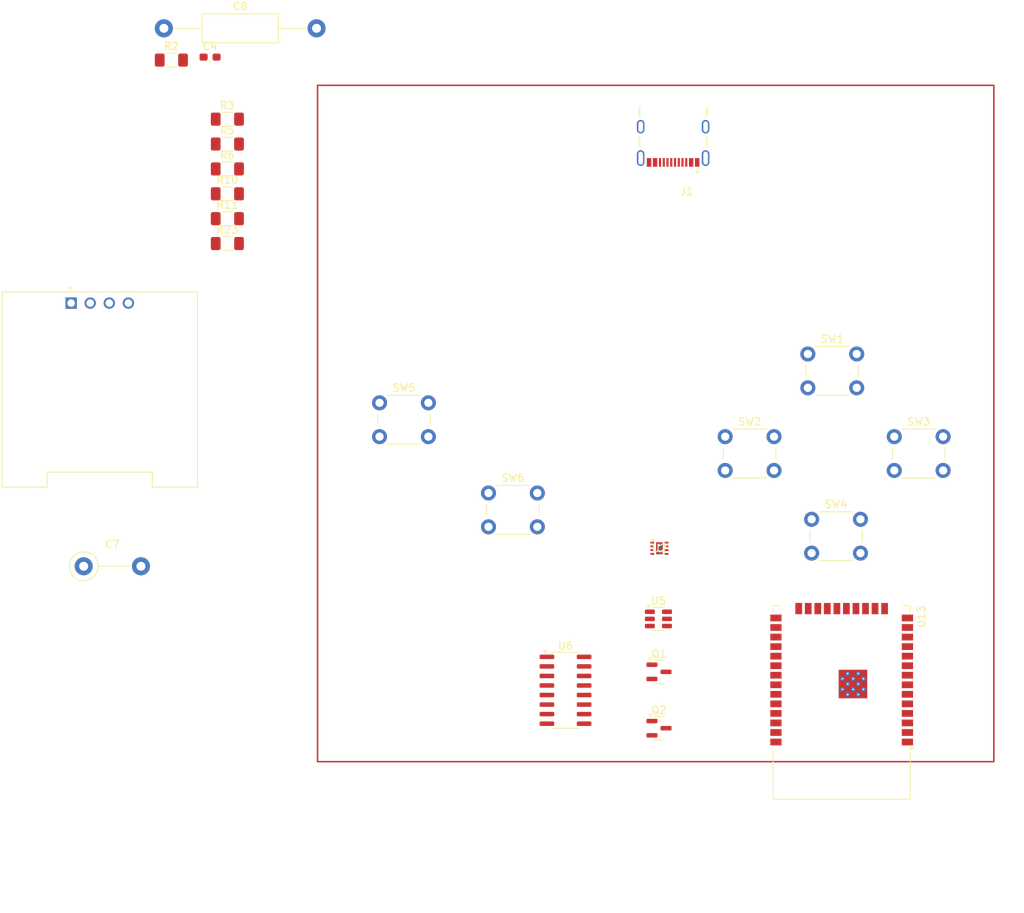
<source format=kicad_pcb>
(kicad_pcb (version 20241229) (generator "pcbnew") (generator_version "9.0")
  (layers (0 "F.Cu" signal) (2 "B.Cu" signal) (13 "F.Paste" user) (15 "B.Paste" user) (5 "F.SilkS" user "F.Silkscreen") (7 "B.SilkS" user "B.Silkscreen") (1 "F.Mask" user) (3 "B.Mask" user) (25 "Edge.Cuts" user))
  (net 0 "")
  (net 1 "Net-(U6-V3)")
  (net 2 "GND")
  (net 3 "Net-(J1-DN1)")
  (net 4 "Net-(J1-DP1)")
  (net 5 "Net-(J1-CC1)")
  (net 6 "Net-(J1-CC2)")
  (net 7 "Net-(Q1-B)")
  (net 8 "Net-(Q2-B)")
  (net 9 "+3,3V")
  (net 10 "Net-(U6-UD-)")
  (net 11 "Net-(U6-UD+)")
  (net 19 "+5V")
  (net 20 "RTS")
  (net 21 "Boot{slash}GPIO9")
  (net 22 "DTR")
  (net 23 "CHIP_EN")
  (net 24 "Net-(U2-FB)")
  (net 25 "RXD")
  (net 26 "TXD")
  (net 30 "Gpio33")
  (net 33 "Gpio26")
  (net 46 "Gpio35")
  (net 47 "Gpio27")
  (net 52 "SDA")
  (net 53 "SCL")
  (net 56 "Gpio32")
  (net 58 "Gpio34")
  (net 59 "Net-(U2-SW)")
  (footprint "Resistor_SMD:R_1206_3216Metric_Pad1.30x1.75mm_HandSolder" (layer "F.Cu") (at -2 31.05)
    (property "Reference" "R23" (at 0 -1.83 0) (layer "F.SilkS"))
    (property "Value" "10k")
    (fp_line (start -0.727064 -0.91) (end 0.727064 -0.91) (stroke (width 0.12)) (layer "F.SilkS"))
    (fp_line (start -0.727064 0.91) (end 0.727064 0.91) (stroke (width 0.12)) (layer "F.SilkS"))
    (pad "1" smd roundrect (at -1.55 0) (size 1.3 1.75) (layers "F.Cu" "F.Mask" "F.Paste") (roundrect_rratio 0.192308) (net 9 "+3,3V"))
    (pad "2" smd roundrect (at 1.55 0) (size 1.3 1.75) (layers "F.Cu" "F.Mask" "F.Paste") (roundrect_rratio 0.192308) (net 23 "CHIP_EN"))
  )
  (footprint "Resistor_SMD:R_1206_3216Metric_Pad1.30x1.75mm_HandSolder" (layer "F.Cu") (at -2 27.74)
    (property "Reference" "R11" (at 0 -1.83 0) (layer "F.SilkS"))
    (property "Value" "10k")
    (fp_line (start -0.727064 -0.91) (end 0.727064 -0.91) (stroke (width 0.12)) (layer "F.SilkS"))
    (fp_line (start -0.727064 0.91) (end 0.727064 0.91) (stroke (width 0.12)) (layer "F.SilkS"))
    (pad "1" smd roundrect (at -1.55 0) (size 1.3 1.75) (layers "F.Cu" "F.Mask" "F.Paste") (roundrect_rratio 0.192308) (net 20 "RTS"))
    (pad "2" smd roundrect (at 1.55 0) (size 1.3 1.75) (layers "F.Cu" "F.Mask" "F.Paste") (roundrect_rratio 0.192308) (net 8 "Net-(Q2-B)"))
  )
  (footprint "DM-OLED096-636:MODULE_DM-OLED096-636" (layer "F.Cu") (at -18.9825 50.475)
    (property "Reference" "U14" (hide yes))
    (property "Value" "DM-OLED096-636" (hide yes))
    (fp_line (start -13 -13) (end 13 -13) (stroke (width 0.127)) (layer "F.SilkS"))
    (fp_line (start -13 13) (end -13 -13) (stroke (width 0.127)) (layer "F.SilkS"))
    (fp_line (start -7 11) (end -7 13) (stroke (width 0.127)) (layer "F.SilkS"))
    (fp_line (start -7 13) (end -13 13) (stroke (width 0.127)) (layer "F.SilkS"))
    (fp_line (start 7 11) (end -7 11) (stroke (width 0.127)) (layer "F.SilkS"))
    (fp_line (start 7 13) (end 7 11) (stroke (width 0.127)) (layer "F.SilkS"))
    (fp_line (start 13 -13) (end 13 13) (stroke (width 0.127)) (layer "F.SilkS"))
    (fp_line (start 13 13) (end 7 13) (stroke (width 0.127)) (layer "F.SilkS"))
    (fp_circle (center -4 -13.5) (end -3.9 -13.5) (stroke (width 0.2)) (fill no) (layer "F.SilkS"))
    (pad "1" thru_hole rect (at -3.81 -11.5) (size 1.508 1.508) (drill 1) (layers "*.Cu" "*.Mask") (net 2 "GND"))
    (pad "2" thru_hole circle (at -1.27 -11.5) (size 1.508 1.508) (drill 1) (layers "*.Cu" "*.Mask") (net 9 "+3,3V"))
    (pad "3" thru_hole circle (at 1.27 -11.5) (size 1.508 1.508) (drill 1) (layers "*.Cu" "*.Mask") (net 53 "SCL"))
    (pad "4" thru_hole circle (at 3.81 -11.5) (size 1.508 1.508) (drill 1) (layers "*.Cu" "*.Mask") (net 52 "SDA"))
  )
  (footprint "Button_Switch_THT:SW_PUSH_6mm_H4.3mm" (layer "F.Cu") (at 18.25 52.25)
    (property "Reference" "SW5" (at 3.25 -2 0) (layer "F.SilkS"))
    (property "Value" "SW_Push")
    (fp_line (start -0.25 1.5) (end -0.25 3) (stroke (width 0.12)) (layer "F.SilkS"))
    (fp_line (start 1 5.5) (end 5.5 5.5) (stroke (width 0.12)) (layer "F.SilkS"))
    (fp_line (start 5.5 -1) (end 1 -1) (stroke (width 0.12)) (layer "F.SilkS"))
    (fp_line (start 6.75 3) (end 6.75 1.5) (stroke (width 0.12)) (layer "F.SilkS"))
    (pad "1" thru_hole circle (at 0 0 90) (size 2 2) (drill 1.1) (layers "*.Cu" "*.Mask") (net 58 "Gpio34"))
    (pad "1" thru_hole circle (at 6.5 0 90) (size 2 2) (drill 1.1) (layers "*.Cu" "*.Mask") (net 58 "Gpio34"))
    (pad "2" thru_hole circle (at 0 4.5 90) (size 2 2) (drill 1.1) (layers "*.Cu" "*.Mask") (net 2 "GND"))
    (pad "2" thru_hole circle (at 6.5 4.5 90) (size 2 2) (drill 1.1) (layers "*.Cu" "*.Mask") (net 2 "GND"))
  )
  (footprint "Resistor_THT:R_Axial_DIN0411_L9.9mm_D3.6mm_P20.32mm_Horizontal" (layer "F.Cu") (at -10.45 2.41)
    (property "Reference" "C8" (at 10.16 -2.92 0) (layer "F.SilkS"))
    (property "Value" "1uF")
    (fp_line (start 1.44 0) (end 5.09 0) (stroke (width 0.12)) (layer "F.SilkS"))
    (fp_line (start 5.09 -1.92) (end 5.09 1.92) (stroke (width 0.12)) (layer "F.SilkS"))
    (fp_line (start 5.09 1.92) (end 15.23 1.92) (stroke (width 0.12)) (layer "F.SilkS"))
    (fp_line (start 15.23 -1.92) (end 5.09 -1.92) (stroke (width 0.12)) (layer "F.SilkS"))
    (fp_line (start 15.23 1.92) (end 15.23 -1.92) (stroke (width 0.12)) (layer "F.SilkS"))
    (fp_line (start 18.88 0) (end 15.23 0) (stroke (width 0.12)) (layer "F.SilkS"))
    (pad "1" thru_hole circle (at 0 0) (size 2.4 2.4) (drill 1.2) (layers "*.Cu" "*.Mask") (net 2 "GND"))
    (pad "2" thru_hole oval (at 20.32 0) (size 2.4 2.4) (drill 1.2) (layers "*.Cu" "*.Mask") (net 23 "CHIP_EN"))
  )
  (footprint "Button_Switch_THT:SW_PUSH_6mm_H4.3mm" (layer "F.Cu") (at 32.75 64.25)
    (property "Reference" "SW6" (at 3.25 -2 0) (layer "F.SilkS"))
    (property "Value" "SW_Push")
    (fp_line (start -0.25 1.5) (end -0.25 3) (stroke (width 0.12)) (layer "F.SilkS"))
    (fp_line (start 1 5.5) (end 5.5 5.5) (stroke (width 0.12)) (layer "F.SilkS"))
    (fp_line (start 5.5 -1) (end 1 -1) (stroke (width 0.12)) (layer "F.SilkS"))
    (fp_line (start 6.75 3) (end 6.75 1.5) (stroke (width 0.12)) (layer "F.SilkS"))
    (pad "1" thru_hole circle (at 0 0 90) (size 2 2) (drill 1.1) (layers "*.Cu" "*.Mask") (net 46 "Gpio35"))
    (pad "1" thru_hole circle (at 6.5 0 90) (size 2 2) (drill 1.1) (layers "*.Cu" "*.Mask") (net 46 "Gpio35"))
    (pad "2" thru_hole circle (at 0 4.5 90) (size 2 2) (drill 1.1) (layers "*.Cu" "*.Mask") (net 2 "GND"))
    (pad "2" thru_hole circle (at 6.5 4.5 90) (size 2 2) (drill 1.1) (layers "*.Cu" "*.Mask") (net 2 "GND"))
  )
  (footprint "Resistor_SMD:R_1206_3216Metric_Pad1.30x1.75mm_HandSolder" (layer "F.Cu") (at -2 21.12)
    (property "Reference" "R6" (at 0 -1.83 0) (layer "F.SilkS"))
    (property "Value" "5.1k")
    (fp_line (start -0.727064 -0.91) (end 0.727064 -0.91) (stroke (width 0.12)) (layer "F.SilkS"))
    (fp_line (start -0.727064 0.91) (end 0.727064 0.91) (stroke (width 0.12)) (layer "F.SilkS"))
    (pad "1" smd roundrect (at -1.55 0) (size 1.3 1.75) (layers "F.Cu" "F.Mask" "F.Paste") (roundrect_rratio 0.192308) (net 6 "Net-(J1-CC2)"))
    (pad "2" smd roundrect (at 1.55 0) (size 1.3 1.75) (layers "F.Cu" "F.Mask" "F.Paste") (roundrect_rratio 0.192308) (net 2 "GND"))
  )
  (footprint "Capacitor_SMD:C_0603_1608Metric_Pad1.08x0.95mm_HandSolder" (layer "F.Cu") (at -4.3 6.24)
    (property "Reference" "C4" (at 0 -1.43 0) (layer "F.SilkS"))
    (property "Value" "100nF")
    (fp_line (start -0.146267 -0.51) (end 0.146267 -0.51) (stroke (width 0.12)) (layer "F.SilkS"))
    (fp_line (start -0.146267 0.51) (end 0.146267 0.51) (stroke (width 0.12)) (layer "F.SilkS"))
    (pad "1" smd roundrect (at -0.8625 0) (size 1.075 0.95) (layers "F.Cu" "F.Mask" "F.Paste") (net 1 "Net-(U6-V3)"))
    (pad "2" smd roundrect (at 0.8625 0) (size 1.075 0.95) (layers "F.Cu" "F.Mask" "F.Paste") (net 2 "GND"))
  )
  (footprint "Resistor_SMD:R_1206_3216Metric_Pad1.30x1.75mm_HandSolder" (layer "F.Cu") (at -2 17.81)
    (property "Reference" "R5" (at 0 -1.83 0) (layer "F.SilkS"))
    (property "Value" "5.1k")
    (fp_line (start -0.727064 -0.91) (end 0.727064 -0.91) (stroke (width 0.12)) (layer "F.SilkS"))
    (fp_line (start -0.727064 0.91) (end 0.727064 0.91) (stroke (width 0.12)) (layer "F.SilkS"))
    (pad "1" smd roundrect (at -1.55 0) (size 1.3 1.75) (layers "F.Cu" "F.Mask" "F.Paste") (roundrect_rratio 0.192308) (net 5 "Net-(J1-CC1)"))
    (pad "2" smd roundrect (at 1.55 0) (size 1.3 1.75) (layers "F.Cu" "F.Mask" "F.Paste") (roundrect_rratio 0.192308) (net 2 "GND"))
  )
  (footprint "USB4105-GF-A (2):GCT_USB4105-GF-A" (layer "F.Cu") (at 57.32 15.5 180)
    (property "Reference" "J1" (at -1.825 -8.635 0) (layer "F.SilkS"))
    (property "Value" "USB4105-GF-A")
    (fp_line (start 4.47 2.6) (end 4.47 1.32) (stroke (width 0.2)) (layer "F.SilkS"))
    (fp_line (start 4.47 -2.65) (end 4.47 -1.4) (stroke (width 0.2)) (layer "F.SilkS"))
    (fp_line (start -4.47 1.32) (end -4.47 2.6) (stroke (width 0.2)) (layer "F.SilkS"))
    (fp_line (start -4.47 -2.65) (end -4.47 -1.4) (stroke (width 0.2)) (layer "F.SilkS"))
    (fp_circle (center -3.25 -6) (end -3.15 -6) (stroke (width 0.2)) (fill no) (layer "F.SilkS"))
    (pad "" np_thru_hole circle (at -2.89 -3.68 180) (size 0.65 0.65) (drill 0.65) (layers "*.Cu" "*.Mask"))
    (pad "" np_thru_hole circle (at 2.89 -3.68 180) (size 0.65 0.65) (drill 0.65) (layers "*.Cu" "*.Mask"))
    (pad "A1_B12" smd rect (at -3.2 -4.755 180) (size 0.6 1.15) (layers "F.Cu" "F.Paste") (net 2 "GND"))
    (pad "A4_B9" smd rect (at -2.4 -4.755 180) (size 0.6 1.15) (layers "F.Cu" "F.Paste") (net 19 "+5V"))
    (pad "A5" smd rect (at -1.25 -4.755 180) (size 0.3 1.15) (layers "F.Cu" "F.Paste") (net 5 "Net-(J1-CC1)"))
    (pad "A6" smd rect (at -0.25 -4.755 180) (size 0.3 1.15) (layers "F.Cu" "F.Paste") (net 4 "Net-(J1-DP1)"))
    (pad "A7" smd rect (at 0.25 -4.755 180) (size 0.3 1.15) (layers "F.Cu" "F.Paste") (net 3 "Net-(J1-DN1)"))
    (pad "A8" smd rect (at 1.25 -4.755 180) (size 0.3 1.15) (layers "F.Cu" "F.Paste"))
    (pad "B1_A12" smd rect (at 3.2 -4.755 180) (size 0.6 1.15) (layers "F.Cu" "F.Paste") (net 2 "GND"))
    (pad "B4_A9" smd rect (at 2.4 -4.755 180) (size 0.6 1.15) (layers "F.Cu" "F.Paste") (net 19 "+5V"))
    (pad "B5" smd rect (at 1.75 -4.755 180) (size 0.3 1.15) (layers "F.Cu" "F.Paste") (net 6 "Net-(J1-CC2)"))
    (pad "B6" smd rect (at 0.75 -4.755 180) (size 0.3 1.15) (layers "F.Cu" "F.Paste") (net 4 "Net-(J1-DP1)"))
    (pad "B7" smd rect (at -0.75 -4.755 180) (size 0.3 1.15) (layers "F.Cu" "F.Paste") (net 3 "Net-(J1-DN1)"))
    (pad "B8" smd rect (at -1.75 -4.755 180) (size 0.3 1.15) (layers "F.Cu" "F.Paste"))
    (pad "SH1" thru_hole oval (at -4.32 -4.18 180) (size 1 2.1) (drill oval 0.6 1.7) (layers "*.Cu" "*.Mask") (net 2 "GND"))
    (pad "SH2" thru_hole oval (at 4.32 -4.18 180) (size 1 2.1) (drill oval 0.6 1.7) (layers "*.Cu" "*.Mask") (net 2 "GND"))
    (pad "SH3" thru_hole oval (at -4.32 0 180) (size 1 1.8) (drill oval 0.6 1.4) (layers "*.Cu" "*.Mask") (net 2 "GND"))
    (pad "SH4" thru_hole oval (at 4.32 0 180) (size 1 1.8) (drill oval 0.6 1.4) (layers "*.Cu" "*.Mask") (net 2 "GND"))
  )
  (footprint "Package_SO:SOIC-16_3.9x9.9mm_P1.27mm" (layer "F.Cu") (at 43 90.5)
    (property "Reference" "U6" (at 0 -5.9 0) (layer "F.SilkS"))
    (property "Value" "CH340C")
    (fp_line (start 0 -5.06) (end -1.95 -5.06) (stroke (width 0.12)) (layer "F.SilkS"))
    (fp_line (start 0 -5.06) (end 1.95 -5.06) (stroke (width 0.12)) (layer "F.SilkS"))
    (fp_line (start 0 5.06) (end -1.95 5.06) (stroke (width 0.12)) (layer "F.SilkS"))
    (fp_line (start 0 5.06) (end 1.95 5.06) (stroke (width 0.12)) (layer "F.SilkS"))
    (fp_poly (pts (xy -2.7 -5.005) (xy -2.94 -5.335) (xy -2.46 -5.335)) (stroke (width 0.12)) (fill yes) (layer "F.SilkS"))
    (pad "1" smd roundrect (at -2.475 -4.445) (size 1.95 0.6) (layers "F.Cu" "F.Mask" "F.Paste") (net 2 "GND"))
    (pad "2" smd roundrect (at -2.475 -3.175) (size 1.95 0.6) (layers "F.Cu" "F.Mask" "F.Paste") (net 26 "TXD"))
    (pad "3" smd roundrect (at -2.475 -1.905) (size 1.95 0.6) (layers "F.Cu" "F.Mask" "F.Paste") (net 25 "RXD"))
    (pad "4" smd roundrect (at -2.475 -0.635) (size 1.95 0.6) (layers "F.Cu" "F.Mask" "F.Paste") (net 1 "Net-(U6-V3)"))
    (pad "5" smd roundrect (at -2.475 0.635) (size 1.95 0.6) (layers "F.Cu" "F.Mask" "F.Paste") (net 11 "Net-(U6-UD+)"))
    (pad "6" smd roundrect (at -2.475 1.905) (size 1.95 0.6) (layers "F.Cu" "F.Mask" "F.Paste") (net 10 "Net-(U6-UD-)"))
    (pad "7" smd roundrect (at -2.475 3.175) (size 1.95 0.6) (layers "F.Cu" "F.Mask" "F.Paste"))
    (pad "8" smd roundrect (at -2.475 4.445) (size 1.95 0.6) (layers "F.Cu" "F.Mask" "F.Paste"))
    (pad "9" smd roundrect (at 2.475 4.445) (size 1.95 0.6) (layers "F.Cu" "F.Mask" "F.Paste"))
    (pad "10" smd roundrect (at 2.475 3.175) (size 1.95 0.6) (layers "F.Cu" "F.Mask" "F.Paste"))
    (pad "11" smd roundrect (at 2.475 1.905) (size 1.95 0.6) (layers "F.Cu" "F.Mask" "F.Paste"))
    (pad "12" smd roundrect (at 2.475 0.635) (size 1.95 0.6) (layers "F.Cu" "F.Mask" "F.Paste"))
    (pad "13" smd roundrect (at 2.475 -0.635) (size 1.95 0.6) (layers "F.Cu" "F.Mask" "F.Paste") (net 22 "DTR"))
    (pad "14" smd roundrect (at 2.475 -1.905) (size 1.95 0.6) (layers "F.Cu" "F.Mask" "F.Paste") (net 20 "RTS"))
    (pad "15" smd roundrect (at 2.475 -3.175) (size 1.95 0.6) (layers "F.Cu" "F.Mask" "F.Paste"))
    (pad "16" smd roundrect (at 2.475 -4.445) (size 1.95 0.6) (layers "F.Cu" "F.Mask" "F.Paste") (net 19 "+5V"))
  )
  (footprint "Resistor_SMD:R_1206_3216Metric_Pad1.30x1.75mm_HandSolder" (layer "F.Cu") (at -2 24.43)
    (property "Reference" "R10" (at 0 -1.83 0) (layer "F.SilkS"))
    (property "Value" "10k")
    (fp_line (start -0.727064 -0.91) (end 0.727064 -0.91) (stroke (width 0.12)) (layer "F.SilkS"))
    (fp_line (start -0.727064 0.91) (end 0.727064 0.91) (stroke (width 0.12)) (layer "F.SilkS"))
    (pad "1" smd roundrect (at -1.55 0) (size 1.3 1.75) (layers "F.Cu" "F.Mask" "F.Paste") (roundrect_rratio 0.192308) (net 22 "DTR"))
    (pad "2" smd roundrect (at 1.55 0) (size 1.3 1.75) (layers "F.Cu" "F.Mask" "F.Paste") (roundrect_rratio 0.192308) (net 7 "Net-(Q1-B)"))
  )
  (footprint "Button_Switch_THT:SW_PUSH_6mm_H4.3mm" (layer "F.Cu") (at 75.75 67.75)
    (property "Reference" "SW4" (at 3.25 -2 0) (layer "F.SilkS"))
    (property "Value" "SW_Push")
    (fp_line (start -0.25 1.5) (end -0.25 3) (stroke (width 0.12)) (layer "F.SilkS"))
    (fp_line (start 1 5.5) (end 5.5 5.5) (stroke (width 0.12)) (layer "F.SilkS"))
    (fp_line (start 5.5 -1) (end 1 -1) (stroke (width 0.12)) (layer "F.SilkS"))
    (fp_line (start 6.75 3) (end 6.75 1.5) (stroke (width 0.12)) (layer "F.SilkS"))
    (pad "1" thru_hole circle (at 0 0 90) (size 2 2) (drill 1.1) (layers "*.Cu" "*.Mask") (net 30 "Gpio33"))
    (pad "1" thru_hole circle (at 6.5 0 90) (size 2 2) (drill 1.1) (layers "*.Cu" "*.Mask") (net 30 "Gpio33"))
    (pad "2" thru_hole circle (at 0 4.5 90) (size 2 2) (drill 1.1) (layers "*.Cu" "*.Mask") (net 2 "GND"))
    (pad "2" thru_hole circle (at 6.5 4.5 90) (size 2 2) (drill 1.1) (layers "*.Cu" "*.Mask") (net 2 "GND"))
  )
  (footprint "Resistor_SMD:R_1206_3216Metric_Pad1.30x1.75mm_HandSolder" (layer "F.Cu") (at -9.45 6.64)
    (property "Reference" "R2" (at 0 -1.83 0) (layer "F.SilkS"))
    (property "Value" "820k")
    (fp_line (start -0.727064 -0.91) (end 0.727064 -0.91) (stroke (width 0.12)) (layer "F.SilkS"))
    (fp_line (start -0.727064 0.91) (end 0.727064 0.91) (stroke (width 0.12)) (layer "F.SilkS"))
    (pad "1" smd roundrect (at -1.55 0) (size 1.3 1.75) (layers "F.Cu" "F.Mask" "F.Paste") (roundrect_rratio 0.192308) (net 9 "+3,3V"))
    (pad "2" smd roundrect (at 1.55 0) (size 1.3 1.75) (layers "F.Cu" "F.Mask" "F.Paste") (roundrect_rratio 0.192308) (net 24 "Net-(U2-FB)"))
  )
  (footprint "Button_Switch_THT:SW_PUSH_6mm_H4.3mm" (layer "F.Cu") (at 75.25 45.75)
    (property "Reference" "SW1" (at 3.25 -2 0) (layer "F.SilkS"))
    (property "Value" "SW_Push")
    (fp_line (start -0.25 1.5) (end -0.25 3) (stroke (width 0.12)) (layer "F.SilkS"))
    (fp_line (start 1 5.5) (end 5.5 5.5) (stroke (width 0.12)) (layer "F.SilkS"))
    (fp_line (start 5.5 -1) (end 1 -1) (stroke (width 0.12)) (layer "F.SilkS"))
    (fp_line (start 6.75 3) (end 6.75 1.5) (stroke (width 0.12)) (layer "F.SilkS"))
    (pad "1" thru_hole circle (at 0 0 90) (size 2 2) (drill 1.1) (layers "*.Cu" "*.Mask") (net 33 "Gpio26"))
    (pad "1" thru_hole circle (at 6.5 0 90) (size 2 2) (drill 1.1) (layers "*.Cu" "*.Mask") (net 33 "Gpio26"))
    (pad "2" thru_hole circle (at 0 4.5 90) (size 2 2) (drill 1.1) (layers "*.Cu" "*.Mask") (net 2 "GND"))
    (pad "2" thru_hole circle (at 6.5 4.5 90) (size 2 2) (drill 1.1) (layers "*.Cu" "*.Mask") (net 2 "GND"))
  )
  (footprint "Resistor_THT:R_Axial_DIN0411_L9.9mm_D3.6mm_P7.62mm_Vertical" (layer "F.Cu") (at -21.12 74)
    (property "Reference" "C7" (at 3.81 -2.92 0) (layer "F.SilkS"))
    (property "Value" "10uF")
    (fp_line (start 1.92 0) (end 6.12 0) (stroke (width 0.12)) (layer "F.SilkS"))
    (fp_circle (center 0 0) (end 1.92 0) (stroke (width 0.12)) (fill no) (layer "F.SilkS"))
    (pad "1" thru_hole circle (at 0 0) (size 2.4 2.4) (drill 1.2) (layers "*.Cu" "*.Mask") (net 19 "+5V"))
    (pad "2" thru_hole oval (at 7.62 0) (size 2.4 2.4) (drill 1.2) (layers "*.Cu" "*.Mask") (net 2 "GND"))
  )
  (footprint "Package_TO_SOT_SMD:SOT-23" (layer "F.Cu") (at 55.4375 95.55)
    (property "Reference" "Q2" (at 0 -2.4 0) (layer "F.SilkS"))
    (property "Value" "BC817")
    (fp_line (start 0 -1.56) (end -0.65 -1.56) (stroke (width 0.12)) (layer "F.SilkS"))
    (fp_line (start 0 -1.56) (end 0.65 -1.56) (stroke (width 0.12)) (layer "F.SilkS"))
    (fp_line (start 0 1.56) (end -0.65 1.56) (stroke (width 0.12)) (layer "F.SilkS"))
    (fp_line (start 0 1.56) (end 0.65 1.56) (stroke (width 0.12)) (layer "F.SilkS"))
    (fp_poly (pts (xy -1.1625 -1.51) (xy -1.4025 -1.84) (xy -0.9225 -1.84)) (stroke (width 0.12)) (fill yes) (layer "F.SilkS"))
    (pad "1" smd roundrect (at -0.9375 -0.95) (size 1.475 0.6) (layers "F.Cu" "F.Mask" "F.Paste") (net 8 "Net-(Q2-B)"))
    (pad "2" smd roundrect (at -0.9375 0.95) (size 1.475 0.6) (layers "F.Cu" "F.Mask" "F.Paste") (net 22 "DTR"))
    (pad "3" smd roundrect (at 0.9375 0) (size 1.475 0.6) (layers "F.Cu" "F.Mask" "F.Paste") (net 21 "Boot{slash}GPIO9"))
  )
  (footprint "Button_Switch_THT:SW_PUSH_6mm_H4.3mm" (layer "F.Cu") (at 86.75 56.75)
    (property "Reference" "SW3" (at 3.25 -2 0) (layer "F.SilkS"))
    (property "Value" "SW_Push")
    (fp_line (start -0.25 1.5) (end -0.25 3) (stroke (width 0.12)) (layer "F.SilkS"))
    (fp_line (start 1 5.5) (end 5.5 5.5) (stroke (width 0.12)) (layer "F.SilkS"))
    (fp_line (start 5.5 -1) (end 1 -1) (stroke (width 0.12)) (layer "F.SilkS"))
    (fp_line (start 6.75 3) (end 6.75 1.5) (stroke (width 0.12)) (layer "F.SilkS"))
    (pad "1" thru_hole circle (at 0 0 90) (size 2 2) (drill 1.1) (layers "*.Cu" "*.Mask") (net 56 "Gpio32"))
    (pad "1" thru_hole circle (at 6.5 0 90) (size 2 2) (drill 1.1) (layers "*.Cu" "*.Mask") (net 56 "Gpio32"))
    (pad "2" thru_hole circle (at 0 4.5 90) (size 2 2) (drill 1.1) (layers "*.Cu" "*.Mask") (net 2 "GND"))
    (pad "2" thru_hole circle (at 6.5 4.5 90) (size 2 2) (drill 1.1) (layers "*.Cu" "*.Mask") (net 2 "GND"))
  )
  (footprint "Resistor_SMD:R_1206_3216Metric_Pad1.30x1.75mm_HandSolder" (layer "F.Cu") (at -2 14.5)
    (property "Reference" "R3" (at 0 -1.83 0) (layer "F.SilkS"))
    (property "Value" "182k")
    (fp_line (start -0.727064 -0.91) (end 0.727064 -0.91) (stroke (width 0.12)) (layer "F.SilkS"))
    (fp_line (start -0.727064 0.91) (end 0.727064 0.91) (stroke (width 0.12)) (layer "F.SilkS"))
    (pad "1" smd roundrect (at -1.55 0) (size 1.3 1.75) (layers "F.Cu" "F.Mask" "F.Paste") (roundrect_rratio 0.192308) (net 24 "Net-(U2-FB)"))
    (pad "2" smd roundrect (at 1.55 0) (size 1.3 1.75) (layers "F.Cu" "F.Mask" "F.Paste") (roundrect_rratio 0.192308) (net 2 "GND"))
  )
  (footprint "Package_TO_SOT_SMD:SOT-23" (layer "F.Cu") (at 55.4375 88.05)
    (property "Reference" "Q1" (at 0 -2.4 0) (layer "F.SilkS"))
    (property "Value" "BC817")
    (fp_line (start 0 -1.56) (end -0.65 -1.56) (stroke (width 0.12)) (layer "F.SilkS"))
    (fp_line (start 0 -1.56) (end 0.65 -1.56) (stroke (width 0.12)) (layer "F.SilkS"))
    (fp_line (start 0 1.56) (end -0.65 1.56) (stroke (width 0.12)) (layer "F.SilkS"))
    (fp_line (start 0 1.56) (end 0.65 1.56) (stroke (width 0.12)) (layer "F.SilkS"))
    (fp_poly (pts (xy -1.1625 -1.51) (xy -1.4025 -1.84) (xy -0.9225 -1.84)) (stroke (width 0.12)) (fill yes) (layer "F.SilkS"))
    (pad "1" smd roundrect (at -0.9375 -0.95) (size 1.475 0.6) (layers "F.Cu" "F.Mask" "F.Paste") (net 7 "Net-(Q1-B)"))
    (pad "2" smd roundrect (at -0.9375 0.95) (size 1.475 0.6) (layers "F.Cu" "F.Mask" "F.Paste") (net 20 "RTS"))
    (pad "3" smd roundrect (at 0.9375 0) (size 1.475 0.6) (layers "F.Cu" "F.Mask" "F.Paste") (net 23 "CHIP_EN"))
  )
  (footprint "Button_Switch_THT:SW_PUSH_6mm_H4.3mm" (layer "F.Cu") (at 64.25 56.75)
    (property "Reference" "SW2" (at 3.25 -2 0) (layer "F.SilkS"))
    (property "Value" "SW_Push")
    (fp_line (start -0.25 1.5) (end -0.25 3) (stroke (width 0.12)) (layer "F.SilkS"))
    (fp_line (start 1 5.5) (end 5.5 5.5) (stroke (width 0.12)) (layer "F.SilkS"))
    (fp_line (start 5.5 -1) (end 1 -1) (stroke (width 0.12)) (layer "F.SilkS"))
    (fp_line (start 6.75 3) (end 6.75 1.5) (stroke (width 0.12)) (layer "F.SilkS"))
    (pad "1" thru_hole circle (at 0 0 90) (size 2 2) (drill 1.1) (layers "*.Cu" "*.Mask") (net 47 "Gpio27"))
    (pad "1" thru_hole circle (at 6.5 0 90) (size 2 2) (drill 1.1) (layers "*.Cu" "*.Mask") (net 47 "Gpio27"))
    (pad "2" thru_hole circle (at 0 4.5 90) (size 2 2) (drill 1.1) (layers "*.Cu" "*.Mask") (net 2 "GND"))
    (pad "2" thru_hole circle (at 6.5 4.5 90) (size 2 2) (drill 1.1) (layers "*.Cu" "*.Mask") (net 2 "GND"))
  )
  (footprint "Package_TO_SOT_SMD:SOT-23-6" (layer "F.Cu") (at 55.3625 81)
    (property "Reference" "U5" (at 0 -2.4 0) (layer "F.SilkS"))
    (property "Value" "WE-TVS-82400102")
    (fp_line (start 0 -1.56) (end -0.8 -1.56) (stroke (width 0.12)) (layer "F.SilkS"))
    (fp_line (start 0 -1.56) (end 0.8 -1.56) (stroke (width 0.12)) (layer "F.SilkS"))
    (fp_line (start 0 1.56) (end -0.8 1.56) (stroke (width 0.12)) (layer "F.SilkS"))
    (fp_line (start 0 1.56) (end 0.8 1.56) (stroke (width 0.12)) (layer "F.SilkS"))
    (fp_poly (pts (xy -1.3 -1.51) (xy -1.54 -1.84) (xy -1.06 -1.84)) (stroke (width 0.12)) (fill yes) (layer "F.SilkS"))
    (pad "1" smd roundrect (at -1.1375 -0.95) (size 1.325 0.6) (layers "F.Cu" "F.Mask" "F.Paste") (net 3 "Net-(J1-DN1)"))
    (pad "2" smd roundrect (at -1.1375 0) (size 1.325 0.6) (layers "F.Cu" "F.Mask" "F.Paste") (net 2 "GND"))
    (pad "3" smd roundrect (at -1.1375 0.95) (size 1.325 0.6) (layers "F.Cu" "F.Mask" "F.Paste") (net 4 "Net-(J1-DP1)"))
    (pad "4" smd roundrect (at 1.1375 0.95) (size 1.325 0.6) (layers "F.Cu" "F.Mask" "F.Paste") (net 11 "Net-(U6-UD+)"))
    (pad "5" smd roundrect (at 1.1375 0) (size 1.325 0.6) (layers "F.Cu" "F.Mask" "F.Paste") (net 19 "+5V"))
    (pad "6" smd roundrect (at 1.1375 -0.95) (size 1.325 0.6) (layers "F.Cu" "F.Mask" "F.Paste") (net 10 "Net-(U6-UD-)"))
  )
  (footprint "footprints:DSG0008A" (layer "F.Cu") (at 55.5 71.59995)
    (property "Reference" "U2" (at 0 0 0) (layer "F.SilkS"))
    (property "Value" "TPS62065DSGR")
    (fp_line (start -1.074928 -1.150112) (end -0.625094 -1.150112) (stroke (width 0.1699)) (layer "F.SilkS"))
    (pad "1" smd rect (at -0.94996 -0.750062 90) (size 0.249936 0.499872) (layers "F.Cu" "F.Mask" "F.Paste") (net 2 "GND"))
    (pad "2" smd rect (at -0.94996 -0.249936 90) (size 0.249936 0.499872) (layers "F.Cu" "F.Mask" "F.Paste") (net 59 "Net-(U2-SW)"))
    (pad "3" smd rect (at -0.94996 0.249936 90) (size 0.249936 0.499872) (layers "F.Cu" "F.Mask" "F.Paste") (net 2 "GND"))
    (pad "4" smd rect (at -0.94996 0.750062 90) (size 0.249936 0.499872) (layers "F.Cu" "F.Mask" "F.Paste") (net 24 "Net-(U2-FB)"))
    (pad "5" smd rect (at 0.94996 0.750062 90) (size 0.249936 0.499872) (layers "F.Cu" "F.Mask" "F.Paste") (net 19 "+5V"))
    (pad "6" smd rect (at 0.94996 0.249936 90) (size 0.249936 0.499872) (layers "F.Cu" "F.Mask" "F.Paste") (net 2 "GND"))
    (pad "7" smd rect (at 0.94996 -0.249936 90) (size 0.249936 0.499872) (layers "F.Cu" "F.Mask" "F.Paste") (net 19 "+5V"))
    (pad "8" smd rect (at 0.94996 -0.750062 90) (size 0.249936 0.499872) (layers "F.Cu" "F.Mask" "F.Paste") (net 19 "+5V"))
    (pad "9" smd rect (at 0 0) (size 0.899922 1.599946) (layers "F.Cu" "F.Mask" "F.Paste") (net 2 "GND"))
    (pad "V" thru_hole circle (at 0 -0.40005) (size 0.499872 0.499872) (drill 0.254) (layers "*.Cu" "*.Mask"))
    (pad "V" thru_hole circle (at 0 0.40005) (size 0.499872 0.499872) (drill 0.254) (layers "*.Cu" "*.Mask"))
  )
  (footprint "RF_Module:ESP32-WROOM-32D" (layer "F.Cu") (at 79.75 89.14 180)
    (property "Reference" "U13" (at -10.61 8.43 90) (layer "F.SilkS"))
    (property "Value" "ESP32-WROOM-32E")
    (fp_line (start 9.12 9.88) (end 8.12 9.88) (stroke (width 0.12)) (layer "F.SilkS"))
    (fp_line (start 9.12 9.1) (end 9.12 9.88) (stroke (width 0.12)) (layer "F.SilkS"))
    (fp_line (start 9.12 -15.86) (end 9.12 -9.445) (stroke (width 0.12)) (layer "F.SilkS"))
    (fp_line (start -9.12 9.88) (end -8.12 9.88) (stroke (width 0.12)) (layer "F.SilkS"))
    (fp_line (start -9.12 9.1) (end -9.12 9.88) (stroke (width 0.12)) (layer "F.SilkS"))
    (fp_line (start -9.12 -15.86) (end 9.12 -15.86) (stroke (width 0.12)) (layer "F.SilkS"))
    (fp_line (start -9.12 -15.86) (end -9.12 -9.7) (stroke (width 0.12)) (layer "F.SilkS"))
    (fp_poly (pts (xy -9.125 -8.975) (xy -9.625 -8.975) (xy -9.125 -9.475) (xy -9.125 -8.975)) (stroke (width 0.12)) (fill yes) (layer "F.SilkS"))
    (pad "1" smd rect (at -8.75 -8.25 180) (size 1.5 0.9) (layers "F.Cu" "F.Mask" "F.Paste") (net 2 "GND"))
    (pad "2" smd rect (at -8.75 -6.98 180) (size 1.5 0.9) (layers "F.Cu" "F.Mask" "F.Paste") (net 9 "+3,3V"))
    (pad "3" smd rect (at -8.75 -5.71 180) (size 1.5 0.9) (layers "F.Cu" "F.Mask" "F.Paste") (net 23 "CHIP_EN"))
    (pad "4" smd rect (at -8.75 -4.44 180) (size 1.5 0.9) (layers "F.Cu" "F.Mask" "F.Paste"))
    (pad "5" smd rect (at -8.75 -3.17 180) (size 1.5 0.9) (layers "F.Cu" "F.Mask" "F.Paste"))
    (pad "6" smd rect (at -8.75 -1.9 180) (size 1.5 0.9) (layers "F.Cu" "F.Mask" "F.Paste") (net 58 "Gpio34"))
    (pad "7" smd rect (at -8.75 -0.63 180) (size 1.5 0.9) (layers "F.Cu" "F.Mask" "F.Paste") (net 46 "Gpio35"))
    (pad "8" smd rect (at -8.75 0.64 180) (size 1.5 0.9) (layers "F.Cu" "F.Mask" "F.Paste") (net 56 "Gpio32"))
    (pad "9" smd rect (at -8.75 1.91 180) (size 1.5 0.9) (layers "F.Cu" "F.Mask" "F.Paste") (net 30 "Gpio33"))
    (pad "10" smd rect (at -8.75 3.18 180) (size 1.5 0.9) (layers "F.Cu" "F.Mask" "F.Paste"))
    (pad "11" smd rect (at -8.75 4.45 180) (size 1.5 0.9) (layers "F.Cu" "F.Mask" "F.Paste") (net 33 "Gpio26"))
    (pad "12" smd rect (at -8.75 5.72 180) (size 1.5 0.9) (layers "F.Cu" "F.Mask" "F.Paste") (net 47 "Gpio27"))
    (pad "13" smd rect (at -8.75 6.99 180) (size 1.5 0.9) (layers "F.Cu" "F.Mask" "F.Paste"))
    (pad "14" smd rect (at -8.75 8.26 180) (size 1.5 0.9) (layers "F.Cu" "F.Mask" "F.Paste"))
    (pad "15" smd rect (at -5.71 9.51 270) (size 1.5 0.9) (layers "F.Cu" "F.Mask" "F.Paste") (net 2 "GND"))
    (pad "16" smd rect (at -4.44 9.51 270) (size 1.5 0.9) (layers "F.Cu" "F.Mask" "F.Paste"))
    (pad "17" smd rect (at -3.17 9.51 270) (size 1.5 0.9) (layers "F.Cu" "F.Mask" "F.Paste"))
    (pad "18" smd rect (at -1.9 9.51 270) (size 1.5 0.9) (layers "F.Cu" "F.Mask" "F.Paste"))
    (pad "19" smd rect (at -0.63 9.51 270) (size 1.5 0.9) (layers "F.Cu" "F.Mask" "F.Paste"))
    (pad "20" smd rect (at 0.64 9.51 270) (size 1.5 0.9) (layers "F.Cu" "F.Mask" "F.Paste"))
    (pad "21" smd rect (at 1.91 9.51 270) (size 1.5 0.9) (layers "F.Cu" "F.Mask" "F.Paste"))
    (pad "22" smd rect (at 3.18 9.51 270) (size 1.5 0.9) (layers "F.Cu" "F.Mask" "F.Paste"))
    (pad "23" smd rect (at 4.45 9.51 270) (size 1.5 0.9) (layers "F.Cu" "F.Mask" "F.Paste"))
    (pad "24" smd rect (at 5.72 9.51 270) (size 1.5 0.9) (layers "F.Cu" "F.Mask" "F.Paste"))
    (pad "25" smd rect (at 8.75 8.26 180) (size 1.5 0.9) (layers "F.Cu" "F.Mask" "F.Paste") (net 21 "Boot{slash}GPIO9"))
    (pad "26" smd rect (at 8.75 6.99 180) (size 1.5 0.9) (layers "F.Cu" "F.Mask" "F.Paste"))
    (pad "27" smd rect (at 8.75 5.72 180) (size 1.5 0.9) (layers "F.Cu" "F.Mask" "F.Paste"))
    (pad "28" smd rect (at 8.75 4.45 180) (size 1.5 0.9) (layers "F.Cu" "F.Mask" "F.Paste"))
    (pad "29" smd rect (at 8.75 3.18 180) (size 1.5 0.9) (layers "F.Cu" "F.Mask" "F.Paste"))
    (pad "30" smd rect (at 8.75 1.91 180) (size 1.5 0.9) (layers "F.Cu" "F.Mask" "F.Paste"))
    (pad "31" smd rect (at 8.75 0.64 180) (size 1.5 0.9) (layers "F.Cu" "F.Mask" "F.Paste"))
    (pad "32" smd rect (at 8.75 -0.63 180) (size 1.5 0.9) (layers "F.Cu" "F.Mask" "F.Paste"))
    (pad "33" smd rect (at 8.75 -1.9 180) (size 1.5 0.9) (layers "F.Cu" "F.Mask" "F.Paste") (net 52 "SDA"))
    (pad "34" smd rect (at 8.75 -3.17 180) (size 1.5 0.9) (layers "F.Cu" "F.Mask" "F.Paste"))
    (pad "35" smd rect (at 8.75 -4.44 180) (size 1.5 0.9) (layers "F.Cu" "F.Mask" "F.Paste"))
    (pad "36" smd rect (at 8.75 -5.71 180) (size 1.5 0.9) (layers "F.Cu" "F.Mask" "F.Paste") (net 53 "SCL"))
    (pad "37" smd rect (at 8.75 -6.98 180) (size 1.5 0.9) (layers "F.Cu" "F.Mask" "F.Paste"))
    (pad "38" smd rect (at 8.75 -8.25 180) (size 1.5 0.9) (layers "F.Cu" "F.Mask" "F.Paste") (net 2 "GND"))
    (pad "39" smd rect (at -2.9 -1.93 180) (size 0.9 0.9) (layers "F.Cu" "F.Paste") (net 2 "GND"))
    (pad "39" thru_hole circle (at -2.9 -1.23 180) (size 0.6 0.6) (drill 0.2) (property pad_prop_heatsink) (layers "*.Cu" "F.Mask") (net 2 "GND"))
    (pad "39" smd rect (at -2.9 -0.53 180) (size 0.9 0.9) (layers "F.Cu" "F.Paste") (net 2 "GND"))
    (pad "39" thru_hole circle (at -2.9 0.17 180) (size 0.6 0.6) (drill 0.2) (property pad_prop_heatsink) (layers "*.Cu" "F.Mask") (net 2 "GND"))
    (pad "39" smd rect (at -2.9 0.87 180) (size 0.9 0.9) (layers "F.Cu" "F.Paste") (net 2 "GND"))
    (pad "39" thru_hole circle (at -2.2 -1.93 180) (size 0.6 0.6) (drill 0.2) (property pad_prop_heatsink) (layers "*.Cu" "F.Mask") (net 2 "GND"))
    (pad "39" thru_hole circle (at -2.2 -0.53 180) (size 0.6 0.6) (drill 0.2) (property pad_prop_heatsink) (layers "*.Cu" "F.Mask") (net 2 "GND"))
    (pad "39" thru_hole circle (at -2.2 0.87 180) (size 0.6 0.6) (drill 0.2) (property pad_prop_heatsink) (layers "*.Cu" "F.Mask") (net 2 "GND"))
    (pad "39" thru_hole circle (at -1.525 -1.23 180) (size 0.6 0.6) (drill 0.2) (property pad_prop_heatsink) (layers "*.Cu" "F.Mask") (net 2 "GND"))
    (pad "39" thru_hole circle (at -1.525 0.17 180) (size 0.6 0.6) (drill 0.2) (property pad_prop_heatsink) (layers "*.Cu" "F.Mask") (net 2 "GND"))
    (pad "39" smd rect (at -1.5 -1.93 180) (size 0.9 0.9) (layers "F.Cu" "F.Paste") (net 2 "GND"))
    (pad "39" smd rect (at -1.5 -0.53 180) (size 0.9 0.9) (layers "F.Cu" "F.Paste") (net 2 "GND"))
    (pad "39" smd rect (at -1.5 -0.53 180) (size 3.8 3.8) (property pad_prop_heatsink) (layers "F.Cu" "F.Mask") (net 2 "GND"))
    (pad "39" smd rect (at -1.5 0.87 180) (size 0.9 0.9) (layers "F.Cu" "F.Paste") (net 2 "GND"))
    (pad "39" thru_hole circle (at -0.8 -1.93 180) (size 0.6 0.6) (drill 0.2) (property pad_prop_heatsink) (layers "*.Cu" "F.Mask") (net 2 "GND"))
    (pad "39" thru_hole circle (at -0.8 -0.53 180) (size 0.6 0.6) (drill 0.2) (property pad_prop_heatsink) (layers "*.Cu" "F.Mask") (net 2 "GND"))
    (pad "39" thru_hole circle (at -0.8 0.87 180) (size 0.6 0.6) (drill 0.2) (property pad_prop_heatsink) (layers "*.Cu" "F.Mask") (net 2 "GND"))
    (pad "39" smd rect (at -0.1 -1.93 180) (size 0.9 0.9) (layers "F.Cu" "F.Paste") (net 2 "GND"))
    (pad "39" thru_hole circle (at -0.1 -1.23 180) (size 0.6 0.6) (drill 0.2) (property pad_prop_heatsink) (layers "*.Cu" "F.Mask") (net 2 "GND"))
    (pad "39" smd rect (at -0.1 -0.53 180) (size 0.9 0.9) (layers "F.Cu" "F.Paste") (net 2 "GND"))
    (pad "39" thru_hole circle (at -0.1 0.17 180) (size 0.6 0.6) (drill 0.2) (property pad_prop_heatsink) (layers "*.Cu" "F.Mask") (net 2 "GND"))
    (pad "39" smd rect (at -0.1 0.87 180) (size 0.9 0.9) (layers "F.Cu" "F.Paste") (net 2 "GND"))
  )
  (gr_rect (start 10 10) (end 100 100) (stroke (width 0.2)) (fill no) (layer "F.Cu"))
)
</source>
